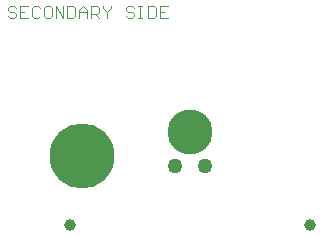
<source format=gbl>
G04*
G04 #@! TF.GenerationSoftware,Altium Limited,Altium Designer,20.2.6 (244)*
G04*
G04 Layer_Physical_Order=2*
G04 Layer_Color=16737843*
%FSLAX25Y25*%
%MOIN*%
G70*
G04*
G04 #@! TF.SameCoordinates,5AE4630F-2555-4F6A-8CD4-AD4B39003086*
G04*
G04*
G04 #@! TF.FilePolarity,Positive*
G04*
G01*
G75*
%ADD11C,0.00394*%
%ADD22C,0.03937*%
%ADD23C,0.15000*%
%ADD24C,0.05000*%
%ADD25C,0.21654*%
D11*
X745394Y526169D02*
X744738Y526825D01*
X743426D01*
X742770Y526169D01*
Y525514D01*
X743426Y524858D01*
X744738D01*
X745394Y524202D01*
Y523546D01*
X744738Y522890D01*
X743426D01*
X742770Y523546D01*
X749330Y526825D02*
X746706D01*
Y522890D01*
X749330D01*
X746706Y524858D02*
X748018D01*
X753265Y526169D02*
X752609Y526825D01*
X751298D01*
X750642Y526169D01*
Y523546D01*
X751298Y522890D01*
X752609D01*
X753265Y523546D01*
X756545Y526825D02*
X755233D01*
X754577Y526169D01*
Y523546D01*
X755233Y522890D01*
X756545D01*
X757201Y523546D01*
Y526169D01*
X756545Y526825D01*
X758513Y522890D02*
Y526825D01*
X761137Y522890D01*
Y526825D01*
X762449D02*
Y522890D01*
X764417D01*
X765073Y523546D01*
Y526169D01*
X764417Y526825D01*
X762449D01*
X766385Y522890D02*
Y525514D01*
X767697Y526825D01*
X769008Y525514D01*
Y522890D01*
Y524858D01*
X766385D01*
X770320Y522890D02*
Y526825D01*
X772288D01*
X772944Y526169D01*
Y524858D01*
X772288Y524202D01*
X770320D01*
X771632D02*
X772944Y522890D01*
X774256Y526825D02*
Y526169D01*
X775568Y524858D01*
X776880Y526169D01*
Y526825D01*
X775568Y524858D02*
Y522890D01*
X784751Y526169D02*
X784095Y526825D01*
X782784D01*
X782128Y526169D01*
Y525514D01*
X782784Y524858D01*
X784095D01*
X784751Y524202D01*
Y523546D01*
X784095Y522890D01*
X782784D01*
X782128Y523546D01*
X786063Y526825D02*
X787375D01*
X786719D01*
Y522890D01*
X786063D01*
X787375D01*
X789343Y526825D02*
Y522890D01*
X791311D01*
X791967Y523546D01*
Y526169D01*
X791311Y526825D01*
X789343D01*
X795903D02*
X793279D01*
Y522890D01*
X795903D01*
X793279Y524858D02*
X794591D01*
D22*
X843400Y453700D02*
D03*
X763400D02*
D03*
D23*
X803400Y484700D02*
D03*
D24*
X808400Y473468D02*
D03*
X798400D02*
D03*
D25*
X767400Y476700D02*
D03*
M02*

</source>
